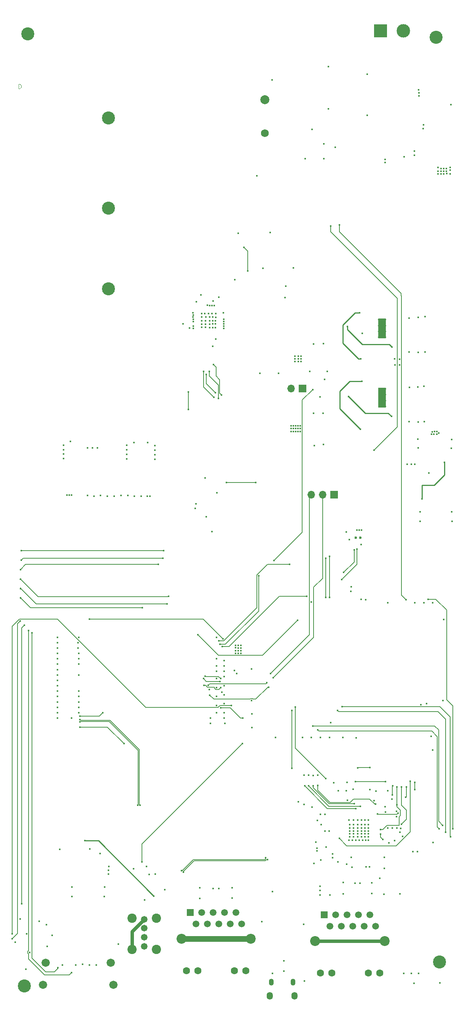
<source format=gbr>
%TF.GenerationSoftware,KiCad,Pcbnew,8.0.6*%
%TF.CreationDate,2025-01-01T18:14:04+00:00*%
%TF.ProjectId,srvant-mk2,73727661-6e74-42d6-9d6b-322e6b696361,rev?*%
%TF.SameCoordinates,Original*%
%TF.FileFunction,Copper,L6,Bot*%
%TF.FilePolarity,Positive*%
%FSLAX46Y46*%
G04 Gerber Fmt 4.6, Leading zero omitted, Abs format (unit mm)*
G04 Created by KiCad (PCBNEW 8.0.6) date 2025-01-01 18:14:04*
%MOMM*%
%LPD*%
G01*
G04 APERTURE LIST*
%ADD10C,0.125000*%
%TA.AperFunction,NonConductor*%
%ADD11C,0.125000*%
%TD*%
%TA.AperFunction,ComponentPad*%
%ADD12R,1.700000X1.700000*%
%TD*%
%TA.AperFunction,ComponentPad*%
%ADD13O,1.700000X1.700000*%
%TD*%
%TA.AperFunction,ComponentPad*%
%ADD14C,2.900000*%
%TD*%
%TA.AperFunction,HeatsinkPad*%
%ADD15C,0.500000*%
%TD*%
%TA.AperFunction,HeatsinkPad*%
%ADD16R,1.800000X4.400000*%
%TD*%
%TA.AperFunction,ComponentPad*%
%ADD17C,1.473200*%
%TD*%
%TA.AperFunction,ComponentPad*%
%ADD18C,2.057400*%
%TD*%
%TA.AperFunction,ComponentPad*%
%ADD19C,0.500000*%
%TD*%
%TA.AperFunction,SMDPad,CuDef*%
%ADD20R,1.800000X4.400000*%
%TD*%
%TA.AperFunction,ComponentPad*%
%ADD21C,1.752600*%
%TD*%
%TA.AperFunction,ComponentPad*%
%ADD22C,2.006600*%
%TD*%
%TA.AperFunction,ComponentPad*%
%ADD23R,1.500000X1.500000*%
%TD*%
%TA.AperFunction,ComponentPad*%
%ADD24C,1.500000*%
%TD*%
%TA.AperFunction,ComponentPad*%
%ADD25C,1.600000*%
%TD*%
%TA.AperFunction,ComponentPad*%
%ADD26C,2.200000*%
%TD*%
%TA.AperFunction,ComponentPad*%
%ADD27C,1.828800*%
%TD*%
%TA.AperFunction,ComponentPad*%
%ADD28O,1.350000X1.700000*%
%TD*%
%TA.AperFunction,ComponentPad*%
%ADD29O,1.100000X1.500000*%
%TD*%
%TA.AperFunction,ComponentPad*%
%ADD30C,0.600000*%
%TD*%
%TA.AperFunction,ComponentPad*%
%ADD31R,3.000000X3.000000*%
%TD*%
%TA.AperFunction,ComponentPad*%
%ADD32C,3.000000*%
%TD*%
%TA.AperFunction,ViaPad*%
%ADD33C,0.450000*%
%TD*%
%TA.AperFunction,Conductor*%
%ADD34C,0.130000*%
%TD*%
%TA.AperFunction,Conductor*%
%ADD35C,0.199400*%
%TD*%
%TA.AperFunction,Conductor*%
%ADD36C,0.760000*%
%TD*%
%TA.AperFunction,Conductor*%
%ADD37C,0.150000*%
%TD*%
%TA.AperFunction,Conductor*%
%ADD38C,0.170400*%
%TD*%
%TA.AperFunction,Conductor*%
%ADD39C,0.250000*%
%TD*%
%TA.AperFunction,Conductor*%
%ADD40C,1.270000*%
%TD*%
G04 APERTURE END LIST*
D10*
D11*
X-116957668Y-16024119D02*
X-116957668Y-15024119D01*
X-116957668Y-15024119D02*
X-116719573Y-15024119D01*
X-116719573Y-15024119D02*
X-116576716Y-15071738D01*
X-116576716Y-15071738D02*
X-116481478Y-15166976D01*
X-116481478Y-15166976D02*
X-116433859Y-15262214D01*
X-116433859Y-15262214D02*
X-116386240Y-15452690D01*
X-116386240Y-15452690D02*
X-116386240Y-15595547D01*
X-116386240Y-15595547D02*
X-116433859Y-15786023D01*
X-116433859Y-15786023D02*
X-116481478Y-15881261D01*
X-116481478Y-15881261D02*
X-116576716Y-15976500D01*
X-116576716Y-15976500D02*
X-116719573Y-16024119D01*
X-116719573Y-16024119D02*
X-116957668Y-16024119D01*
D12*
%TO.P,J3,1,Pin_1*%
%TO.N,GND*%
X-46760000Y-106400000D03*
D13*
%TO.P,J3,2,Pin_2*%
%TO.N,/bmc/BMC_DEBUG_TX*%
X-49300000Y-106400000D03*
%TO.P,J3,3,Pin_3*%
%TO.N,/bmc/BMC_DEBUG_RX*%
X-51840000Y-106400000D03*
%TD*%
D14*
%TO.P,H1,1*%
%TO.N,N/C*%
X-97000000Y-60600000D03*
%TD*%
D15*
%TO.P,U26,9,EP*%
%TO.N,GND*%
X-35420000Y-71362500D03*
X-35420000Y-70062500D03*
X-35420000Y-68762500D03*
X-35420000Y-67462500D03*
D16*
X-36070000Y-69412500D03*
D15*
X-36720000Y-71362500D03*
X-36720000Y-70062500D03*
X-36720000Y-68762500D03*
X-36720000Y-67462500D03*
%TD*%
D17*
%TO.P,J11,1,VBUS*%
%TO.N,/cm4/+5v_HOST_VBUS*%
X-88988349Y-206857350D03*
%TO.P,J11,2,D-*%
%TO.N,/cm4/USB_OUT_N*%
X-88988349Y-204857351D03*
%TO.P,J11,3,D+*%
%TO.N,/cm4/USB_OUT_P*%
X-88988349Y-202857350D03*
%TO.P,J11,4,GND*%
%TO.N,Net-(J11-GND)*%
X-88988349Y-200857352D03*
D18*
%TO.P,J11,5,Shield*%
X-91708349Y-207587351D03*
%TO.P,J11,6*%
%TO.N,N/C*%
X-86268349Y-207587351D03*
%TO.P,J11,7*%
X-91708349Y-200587350D03*
%TO.P,J11,8*%
X-86268349Y-200587350D03*
%TD*%
D19*
%TO.P,U2,9,EP*%
%TO.N,GND*%
X-35400000Y-86762500D03*
X-35400000Y-85462500D03*
X-35400000Y-84162500D03*
X-35400000Y-82862500D03*
D20*
X-36050000Y-84812500D03*
D19*
X-36700000Y-86762500D03*
X-36700000Y-85462500D03*
X-36700000Y-84162500D03*
X-36700000Y-82862500D03*
%TD*%
D21*
%TO.P,BT1,3*%
%TO.N,N/C*%
X-62200000Y-26000000D03*
D22*
%TO.P,BT1,4*%
X-62200000Y-18550091D03*
%TD*%
D14*
%TO.P,H6,1*%
%TO.N,N/C*%
X-23300000Y-210400000D03*
%TD*%
%TO.P,H5,1*%
%TO.N,N/C*%
X-115700000Y-215700000D03*
%TD*%
%TO.P,H7,1*%
%TO.N,N/C*%
X-24100000Y-4600000D03*
%TD*%
D23*
%TO.P,J5,1,TD1+*%
%TO.N,/BMC ethernet/TXRXA_P*%
X-48915000Y-199840000D03*
D24*
%TO.P,J5,2,TD1-*%
%TO.N,/BMC ethernet/TXRXA_N*%
X-47645000Y-202380000D03*
%TO.P,J5,3,TD2+*%
%TO.N,/BMC ethernet/TXRXB_P*%
X-46375000Y-199840000D03*
%TO.P,J5,4,TD2-*%
%TO.N,/BMC ethernet/TXRXB_N*%
X-45105000Y-202380000D03*
%TO.P,J5,5,CT*%
%TO.N,Net-(C40-Pad1)*%
X-43835000Y-199840000D03*
%TO.P,J5,6,CT*%
%TO.N,Net-(C44-Pad1)*%
X-42565000Y-202380000D03*
%TO.P,J5,7,TD3+*%
%TO.N,/BMC ethernet/TXRXC_P*%
X-41295000Y-199840000D03*
%TO.P,J5,8,TD3-*%
%TO.N,/BMC ethernet/TXRXC_N*%
X-40025000Y-202380000D03*
%TO.P,J5,9,TD4+*%
%TO.N,/BMC ethernet/TXRXD_P*%
X-38755000Y-199840000D03*
%TO.P,J5,10,TD4-*%
%TO.N,/BMC ethernet/TXRXD_N*%
X-37485000Y-202380000D03*
D25*
%TO.P,J5,11,LED2+*%
%TO.N,/BMC ethernet/3.3v_PHY*%
X-49830000Y-212810000D03*
%TO.P,J5,12,LED2-*%
%TO.N,Net-(J5-LED2-)*%
X-47290000Y-212810000D03*
%TO.P,J5,13,LED1+*%
%TO.N,/BMC ethernet/3.3v_PHY*%
X-39110000Y-212810000D03*
%TO.P,J5,14,LED1-*%
%TO.N,Net-(J5-LED1-)*%
X-36570000Y-212810000D03*
D26*
%TO.P,J5,SH*%
%TO.N,Net-(FB5-Pad2)*%
X-50945000Y-205680000D03*
X-35455000Y-205680000D03*
%TD*%
D27*
%TO.P,J10,20*%
%TO.N,N/C*%
X-110949998Y-210569999D03*
%TO.P,J10,21*%
X-96450002Y-210569999D03*
%TO.P,J10,22*%
X-111550000Y-215470000D03*
%TO.P,J10,23*%
X-95850000Y-215470000D03*
%TD*%
D14*
%TO.P,H2,1*%
%TO.N,N/C*%
X-97000000Y-42600000D03*
%TD*%
D23*
%TO.P,J9,1,TD1+*%
%TO.N,/cm4/TRD0_P*%
X-78715000Y-199330000D03*
D24*
%TO.P,J9,2,TD1-*%
%TO.N,/cm4/TRD0_N*%
X-77445000Y-201870000D03*
%TO.P,J9,3,TD2+*%
%TO.N,/cm4/TRD1_N*%
X-76175000Y-199330000D03*
%TO.P,J9,4,TD2-*%
%TO.N,/cm4/TRD1_P*%
X-74905000Y-201870000D03*
%TO.P,J9,5,CT*%
%TO.N,Net-(C104-Pad1)*%
X-73635000Y-199330000D03*
%TO.P,J9,6,CT*%
X-72365000Y-201870000D03*
%TO.P,J9,7,TD3+*%
%TO.N,/cm4/TRD2_P*%
X-71095000Y-199330000D03*
%TO.P,J9,8,TD3-*%
%TO.N,/cm4/TRD2_N*%
X-69825000Y-201870000D03*
%TO.P,J9,9,TD4+*%
%TO.N,/cm4/TRD3_N*%
X-68555000Y-199330000D03*
%TO.P,J9,10,TD4-*%
%TO.N,/cm4/TRD3_P*%
X-67285000Y-201870000D03*
D25*
%TO.P,J9,11,LED2+*%
%TO.N,/BMC ethernet/+3v3_AUX*%
X-79630000Y-212300000D03*
%TO.P,J9,12,LED2-*%
%TO.N,Net-(J9-LED2-)*%
X-77090000Y-212300000D03*
%TO.P,J9,13,LED1+*%
%TO.N,/BMC ethernet/+3v3_AUX*%
X-68910000Y-212300000D03*
%TO.P,J9,14,LED1-*%
%TO.N,Net-(J9-LED1-)*%
X-66370000Y-212300000D03*
D26*
%TO.P,J9,SH*%
%TO.N,Net-(FB8-Pad1)*%
X-80745000Y-205170000D03*
X-65255000Y-205170000D03*
%TD*%
D14*
%TO.P,H4,1*%
%TO.N,N/C*%
X-114900000Y-3900000D03*
%TD*%
%TO.P,H3,1*%
%TO.N,N/C*%
X-97000000Y-22600000D03*
%TD*%
D28*
%TO.P,J4,6,Shield*%
%TO.N,Net-(J4-GND)*%
X-61030000Y-217886600D03*
D29*
X-60720000Y-214886600D03*
X-55880000Y-214886600D03*
D28*
X-55570000Y-217886600D03*
%TD*%
D12*
%TO.P,J2,1,Pin_1*%
%TO.N,Net-(J2-Pin_1)*%
X-53770500Y-82734200D03*
D13*
%TO.P,J2,2,Pin_2*%
%TO.N,/BMC ethernet/+3v3_AUX*%
X-56310500Y-82734200D03*
%TD*%
D30*
%TO.P,U22,9,EP*%
%TO.N,GND*%
X-41950000Y-115950000D03*
X-40950000Y-115950000D03*
%TD*%
D31*
%TO.P,J12,1,Pin_1*%
%TO.N,GND*%
X-36380000Y-3200000D03*
D32*
%TO.P,J12,2,Pin_2*%
%TO.N,/power/VIN*%
X-31300000Y-3200000D03*
%TD*%
D33*
%TO.N,GND*%
X-45800000Y-172300000D03*
%TO.N,/BMC ethernet/3.3v_PHY*%
X-53400000Y-168800000D03*
X-52400000Y-168800000D03*
X-50400000Y-168800000D03*
%TO.N,GND*%
X-51400000Y-168900000D03*
%TO.N,/BMC ethernet/CLK125_EN*%
X-51400000Y-171200000D03*
%TO.N,/BMC ethernet/MODE2*%
X-50400000Y-171100000D03*
%TO.N,/BMC ethernet/CLK125_EN*%
X-42250000Y-175150000D03*
%TO.N,/BMC ethernet/MODE0*%
X-53300000Y-171200000D03*
X-41902001Y-176200000D03*
%TO.N,/BMC ethernet/MODE1*%
X-52400000Y-171200000D03*
X-40900000Y-175700000D03*
%TO.N,/BMC ethernet/MODE2*%
X-37550000Y-175250000D03*
%TO.N,/BMC ethernet/+3v3_AUX*%
X-60452000Y-194691000D03*
%TO.N,GND*%
X-31900000Y-180620000D03*
X-76254200Y-69174600D03*
X-34800000Y-172300000D03*
X-71326600Y-68895200D03*
X-39116000Y-181864000D03*
X-65000000Y-158200000D03*
X-20700000Y-96100000D03*
X-116586000Y-200787000D03*
X-101200000Y-211000000D03*
X-53340000Y-214630000D03*
X-109473998Y-204428800D03*
X-75314400Y-66863200D03*
X-40640000Y-181229000D03*
X-26500000Y-66800000D03*
X-30000000Y-82500000D03*
X-108300000Y-145300000D03*
X-71180000Y-148900000D03*
X-76400000Y-61900000D03*
X-72900000Y-138100000D03*
X-47117000Y-187198000D03*
X-39116000Y-181229000D03*
X-41529000Y-180594000D03*
X-24800000Y-130400000D03*
X-105200000Y-156100000D03*
X-39878000Y-181864000D03*
X-30500000Y-99600000D03*
X-108300000Y-139300000D03*
X-46482000Y-29083000D03*
X-107200000Y-211000000D03*
X-51300000Y-88300000D03*
X-103600000Y-154900000D03*
X-22400000Y-134200000D03*
X-71180000Y-156100000D03*
X-26800000Y-130400000D03*
X-33320000Y-76162500D03*
X-31200000Y-31200000D03*
X-28000000Y-74700000D03*
X-71180000Y-145700000D03*
X-108300000Y-150100000D03*
X-28194000Y-185801000D03*
X-69407600Y-193883000D03*
X-41529000Y-182499000D03*
X-48260000Y-78994000D03*
X-105065900Y-195825600D03*
X-72430200Y-194060800D03*
X-72900000Y-153300000D03*
X-49911000Y-195453000D03*
X-53530000Y-201979200D03*
X-35400000Y-32500000D03*
X-20500000Y-112312500D03*
X-41910000Y-183261000D03*
X-92600000Y-106600000D03*
X-43307000Y-180594000D03*
X-71200000Y-143300000D03*
X-43307000Y-179832000D03*
X-75543000Y-66075800D03*
X-78108400Y-66406000D03*
X-48006000Y-20574000D03*
X-86600000Y-95500000D03*
X-71326600Y-67904600D03*
X-108300000Y-151300000D03*
X-40386000Y-183261000D03*
X-78108400Y-67396600D03*
X-92900000Y-95400000D03*
X-75339800Y-68488800D03*
X-73130000Y-69200000D03*
X-49911000Y-194437000D03*
X-33782000Y-180520000D03*
X-103600000Y-142900000D03*
X-24800000Y-163200000D03*
X-34527015Y-183879015D03*
X-35600000Y-189500000D03*
X-43307000Y-182499000D03*
X-75420000Y-102700000D03*
X-108300000Y-142900000D03*
X-53400000Y-175300000D03*
X-28956000Y-215138000D03*
X-73765000Y-69250800D03*
X-26800000Y-82300000D03*
X-65000000Y-155200000D03*
X-37846000Y-174498000D03*
X-78108400Y-69403200D03*
X-71180000Y-144500000D03*
X-47879000Y-181229000D03*
X-31242000Y-212901000D03*
X-40700000Y-117442100D03*
X-39878000Y-179832000D03*
X-49149000Y-95250000D03*
X-44800000Y-160400000D03*
X-100200000Y-106700000D03*
X-35400000Y-31800000D03*
X-65100000Y-145200000D03*
X-73917400Y-64297800D03*
X-102700000Y-210900000D03*
X-76228800Y-66050400D03*
X-73104600Y-66126600D03*
X-74300000Y-157300000D03*
X-71200000Y-150900000D03*
X-65100000Y-152200000D03*
X-25700000Y-101600000D03*
X-41529000Y-181864000D03*
X-49022000Y-28321000D03*
X-71352000Y-65898000D03*
X-96985500Y-189992000D03*
X-72900000Y-147300000D03*
X-105700000Y-106500000D03*
X-52197000Y-78994000D03*
X-106930000Y-98370000D03*
X-71180000Y-154900000D03*
X-72900000Y-142900000D03*
X-103600000Y-153700000D03*
X-44710000Y-192705400D03*
X-50546000Y-185039000D03*
X-74908000Y-64247000D03*
X-33274000Y-183388000D03*
X-20600000Y-110212500D03*
X-91200000Y-106700000D03*
X-32766000Y-180520000D03*
X-48514000Y-184785000D03*
X-91400000Y-189600000D03*
X-26911750Y-24904250D03*
X-43815000Y-174371000D03*
X-108300000Y-154900000D03*
X-34800000Y-130400000D03*
X-49800000Y-160400000D03*
X-73104600Y-66914000D03*
X-72375233Y-62424767D03*
X-92900000Y-97400000D03*
X-49200000Y-88300000D03*
X-108300000Y-147700000D03*
X-89700000Y-106700000D03*
X-104200000Y-211000000D03*
X-20800000Y-19600000D03*
X-57898200Y-210091400D03*
X-44000000Y-172300000D03*
X-41800000Y-160500000D03*
X-47800000Y-160400000D03*
X-71301200Y-69403200D03*
X-27940000Y-16300000D03*
X-106970000Y-95370000D03*
X-103600000Y-146500000D03*
X-49900000Y-84600000D03*
X-72900000Y-149300000D03*
X-28800000Y-130400000D03*
X-86600000Y-98500000D03*
X-106970000Y-97370000D03*
X-76638600Y-193824200D03*
X-74400000Y-66863200D03*
X-94200000Y-106600000D03*
X-78108400Y-67904600D03*
X-76254200Y-68438000D03*
X-29600000Y-99600000D03*
X-68105000Y-48240000D03*
X-71180000Y-152900000D03*
X-29600000Y-212900000D03*
X-28100000Y-82400000D03*
X-106200000Y-106500000D03*
X-92900000Y-96400000D03*
X-62600000Y-56000000D03*
X-23241000Y-215011000D03*
X-40640000Y-178816000D03*
X-88500000Y-189100000D03*
X-75220000Y-111300000D03*
X-96985500Y-190792000D03*
X-103700000Y-140500000D03*
X-38900000Y-189200000D03*
X-105200000Y-106500000D03*
X-94742000Y-206375000D03*
X-39116000Y-178816000D03*
X-39116000Y-179832000D03*
X-30100000Y-90100000D03*
X-27600000Y-110212500D03*
X-29200000Y-185801000D03*
X-88300000Y-106700000D03*
X-99700000Y-211000000D03*
X-73765000Y-67676000D03*
X-43434000Y-178816000D03*
X-103600000Y-150100000D03*
X-71301200Y-67396600D03*
X-41529000Y-179832000D03*
X-73649400Y-194035400D03*
X-97790000Y-193675000D03*
X-40960000Y-192852400D03*
X-41180800Y-114307700D03*
X-108300000Y-144100000D03*
X-40640000Y-182499000D03*
X-95700000Y-106700000D03*
X-39116000Y-182499000D03*
X-27600000Y-112312500D03*
X-76228800Y-67676000D03*
X-35600000Y-187100000D03*
X-101600000Y-106600000D03*
X-74425400Y-68438000D03*
X-32900000Y-176800000D03*
X-50546000Y-185674000D03*
X-105116700Y-193666600D03*
X-43307000Y-181229000D03*
X-26500000Y-74600000D03*
X-26893250Y-24099250D03*
X-39878000Y-181229000D03*
X-78108400Y-68895200D03*
X-37465000Y-172339000D03*
X-97917000Y-195834000D03*
X-40640000Y-180594000D03*
X-55800000Y-55900000D03*
X-108300000Y-138100000D03*
X-77520000Y-108400000D03*
X-75339800Y-69174600D03*
X-26700000Y-90100000D03*
X-40640000Y-179832000D03*
X-73942800Y-66126600D03*
X-86548964Y-190815964D03*
X-27900000Y-17000000D03*
X-41148000Y-183261000D03*
X-108300000Y-141700000D03*
X-51800000Y-160400000D03*
X-35306000Y-177038000D03*
X-59800000Y-160400000D03*
X-38370000Y-195153800D03*
X-74300000Y-156100000D03*
X-28000000Y-96000000D03*
X-41700000Y-114268100D03*
X-32220000Y-76262500D03*
X-108300000Y-153700000D03*
X-28900000Y-30900000D03*
X-74400000Y-69200000D03*
X-39878000Y-180594000D03*
X-108300000Y-152500000D03*
X-27900000Y-17700000D03*
X-72900000Y-154900000D03*
X-72900000Y-145700000D03*
X-27940000Y-212900000D03*
X-71080000Y-157300000D03*
X-107785500Y-185292000D03*
X-28000000Y-90200000D03*
X-73800000Y-73400000D03*
X-28800000Y-99600000D03*
X-42418000Y-180594000D03*
X-73765000Y-68412600D03*
X-39751000Y-183261000D03*
X-73384000Y-64297800D03*
X-43307000Y-181864000D03*
X-30100000Y-74600000D03*
X-38370000Y-192791600D03*
X-73765000Y-66837800D03*
X-76254200Y-66837800D03*
X-97200000Y-106700000D03*
X-32220000Y-77562500D03*
X-51800000Y-130300000D03*
X-28000000Y-66900000D03*
X-25146000Y-160147000D03*
X-28100000Y-94000000D03*
X-42672000Y-183261000D03*
X-108300000Y-148900000D03*
X-108300000Y-140500000D03*
X-39116000Y-180594000D03*
X-76621200Y-196245200D03*
X-103600000Y-138100000D03*
X-42418000Y-178816000D03*
X-34800000Y-180520000D03*
X-49149000Y-72771000D03*
X-78133800Y-66888600D03*
X-72900000Y-151300000D03*
X-43434000Y-183261000D03*
X-72900000Y-144500000D03*
X-53800000Y-160400000D03*
X-48768000Y-177546000D03*
X-42926000Y-187071000D03*
X-47117000Y-186309000D03*
X-42418000Y-179832000D03*
X-110588998Y-206892800D03*
X-49911000Y-193548000D03*
X-74730200Y-66075800D03*
X-110743998Y-202092000D03*
X-74400000Y-64272400D03*
X-74425400Y-67676000D03*
X-48006000Y-11176000D03*
X-103600000Y-152500000D03*
X-40672800Y-114307700D03*
X-78146500Y-65906700D03*
X-87700000Y-106700000D03*
X-71326600Y-68387200D03*
X-22500000Y-152200000D03*
X-103700000Y-139300000D03*
X-39116000Y-183261000D03*
X-73155400Y-67676000D03*
X-35380000Y-175780000D03*
X-42418000Y-181229000D03*
X-43942000Y-188595000D03*
X-103600000Y-144100000D03*
X-103600000Y-141700000D03*
X-108300000Y-156100000D03*
X-108300000Y-146500000D03*
X-103600000Y-151300000D03*
X-80400000Y-68400000D03*
X-42077600Y-192827000D03*
X-49784000Y-177546000D03*
X-98700000Y-106600000D03*
X-41529000Y-181229000D03*
X-86600000Y-96500000D03*
X-73130000Y-68387200D03*
X-43393800Y-116368300D03*
X-92900000Y-98400000D03*
X-88900000Y-196596000D03*
X-69407600Y-196169000D03*
X-20600000Y-94100000D03*
X-101134700Y-185202800D03*
X-62865000Y-201422000D03*
X-57898200Y-212428200D03*
X-41529000Y-178816000D03*
X-61005000Y-48061400D03*
X-106970000Y-96370000D03*
X-39878000Y-178816000D03*
X-42418000Y-181864000D03*
X-71180000Y-146900000D03*
X-40513000Y-70485000D03*
X-44710000Y-195194600D03*
X-48768000Y-181229000D03*
X-33220000Y-77562500D03*
X-51200000Y-188400000D03*
X-40640000Y-181864000D03*
X-30100000Y-67100000D03*
X-39878000Y-182499000D03*
X-42418000Y-182499000D03*
X-51308000Y-72898000D03*
X-60579000Y-14097000D03*
X-51181000Y-95504000D03*
X-96885500Y-189092000D03*
X-75339800Y-67701400D03*
X-86600000Y-97500000D03*
%TO.N,/power/SENSE_IN-*%
X-23600000Y-33600000D03*
X-23500000Y-92700000D03*
X-24900000Y-92400000D03*
X-21800000Y-33800000D03*
X-25100000Y-92900000D03*
X-20900000Y-33600000D03*
X-22400000Y-33800000D03*
X-23000000Y-33800000D03*
X-21700000Y-34950000D03*
X-20900000Y-34200000D03*
X-24600000Y-92900000D03*
X-23600000Y-34400000D03*
X-22400000Y-35000000D03*
X-23000000Y-35000000D03*
X-20900000Y-35000000D03*
X-21800000Y-34400000D03*
X-23900000Y-92300000D03*
X-23900000Y-92900000D03*
X-23600000Y-35000000D03*
X-22400000Y-34400000D03*
X-23000000Y-34400000D03*
X-24400000Y-92300000D03*
%TO.N,Net-(Module1A-PI_nLED_Activity)*%
X-118364000Y-204089000D03*
X-69596000Y-153289000D03*
%TO.N,/power/BMC_I2C_0_SDA*%
X-47752000Y-129286000D03*
X-47752000Y-120142000D03*
%TO.N,/cm4/PCIE_nRST*%
X-98200000Y-154900000D03*
X-103300000Y-155700000D03*
%TO.N,/cm4/HDMI0_CEC*%
X-105200000Y-212700000D03*
X-114700000Y-136600000D03*
%TO.N,/cm4/HDMI0_HOTPLUG*%
X-108200000Y-211600000D03*
X-114000000Y-137100000D03*
%TO.N,/BMC ethernet/3.3v_PHY*%
X-45900000Y-188100000D03*
X-43900000Y-170400000D03*
X-31480000Y-182420000D03*
X-36600000Y-191700000D03*
X-35687000Y-195326000D03*
X-46800000Y-170500000D03*
X-54700000Y-174700000D03*
X-42500000Y-171900000D03*
X-49700000Y-187700000D03*
X-51689000Y-175895000D03*
X-49600000Y-179820000D03*
X-32131000Y-195199000D03*
%TO.N,/BMC ethernet/1V2*%
X-50800000Y-183700000D03*
X-38800000Y-172000000D03*
X-32900000Y-178000000D03*
X-50500000Y-178900000D03*
X-39600000Y-189200000D03*
X-33900000Y-174100000D03*
X-42800000Y-189300000D03*
X-47700000Y-195500000D03*
X-32100000Y-181500000D03*
%TO.N,/BMC ethernet/PHY_LED_ACT {slash} PHYAD0*%
X-36400000Y-181900000D03*
X-35900000Y-183100000D03*
%TO.N,CLK125_OUT*%
X-38800000Y-167100000D03*
X-41500000Y-167200000D03*
%TO.N,RXC*%
X-35300000Y-170200000D03*
X-42000000Y-170200000D03*
%TO.N,/cm4/ARM_TDI*%
X-116554000Y-129372000D03*
X-89408000Y-131572000D03*
%TO.N,/cm4/HOST_TPM_PIRQ#*%
X-75800000Y-79000000D03*
X-73500000Y-84700000D03*
%TO.N,/cm4/GPIO11*%
X-61300000Y-149200000D03*
X-74422000Y-151003000D03*
%TO.N,/cm4/GPIO10*%
X-61700000Y-148200000D03*
X-74800000Y-148800000D03*
%TO.N,/cm4/ARM_TCK*%
X-85852000Y-121920000D03*
X-116554000Y-123072000D03*
X-75692000Y-148800000D03*
X-72009000Y-149352000D03*
%TO.N,/cm4/ARM_TDO*%
X-72136000Y-147955000D03*
X-75819000Y-147320000D03*
X-116354000Y-120972000D03*
X-84836000Y-120523000D03*
%TO.N,/cm4/ARM_RTCK*%
X-75438000Y-146812000D03*
X-116354000Y-118872000D03*
X-72009000Y-147320000D03*
X-84709000Y-118872000D03*
%TO.N,/bmc/BMC_UART0_RX*%
X-26162000Y-152908000D03*
X-68961000Y-145542000D03*
%TO.N,/bmc/BMC_UART0_TX*%
X-27432000Y-153123000D03*
X-68453000Y-146177000D03*
%TO.N,/cm4/nRTC_INT*%
X-66800000Y-51400000D03*
X-66000000Y-56600000D03*
%TO.N,/cm4/nPWR_LED*%
X-115700000Y-135400000D03*
X-101200000Y-134100000D03*
X-71500000Y-138500000D03*
X-116300000Y-197400000D03*
%TO.N,/cm4/nEXTRST*%
X-79200000Y-83500000D03*
X-79200000Y-87400000D03*
%TO.N,/cm4/USBOTG_ID*%
X-103300000Y-158100000D03*
X-89500000Y-188100000D03*
X-93500000Y-161800000D03*
X-67183000Y-161798000D03*
%TO.N,/cm4/USB2_N*%
X-90475800Y-175500000D03*
X-103300000Y-156975800D03*
%TO.N,/cm4/USB2_P*%
X-103300000Y-156424200D03*
X-89924200Y-175500000D03*
%TO.N,/BMC ethernet/+3v3_AUX*%
X-49022000Y-31623000D03*
X-73100000Y-71800000D03*
X-55500000Y-75600000D03*
X-99400000Y-96000000D03*
X-77400000Y-63500000D03*
X-63300000Y-79400000D03*
X-87884000Y-190881000D03*
X-51623000Y-25085000D03*
X-87884000Y-190881000D03*
X-59100000Y-79400000D03*
X-54750000Y-76200000D03*
X-77620000Y-109400000D03*
X-54100000Y-76200000D03*
X-28900000Y-29900000D03*
X-68890000Y-58547000D03*
X-115316000Y-211963000D03*
X-57700000Y-62500000D03*
X-39370000Y-12827000D03*
X-78900000Y-69300000D03*
X-91300000Y-94800000D03*
X-54700000Y-76800000D03*
X-117700000Y-206000000D03*
X-54100000Y-75600000D03*
X-84466000Y-194299000D03*
X-55500000Y-76800000D03*
X-115200000Y-204100000D03*
X-101600000Y-96000000D03*
X-105400000Y-94500000D03*
X-44000000Y-114700000D03*
X-53213000Y-31623000D03*
X-73700000Y-63300000D03*
X-100500000Y-96000000D03*
X-39370000Y-21971000D03*
X-24765000Y-183769000D03*
X-48900000Y-80700000D03*
X-43000000Y-127900000D03*
X-42900000Y-126900000D03*
X-54100000Y-76800000D03*
X-73920000Y-114600000D03*
X-54750000Y-75600000D03*
X-55500000Y-76200000D03*
X-63900000Y-35400000D03*
X-88200000Y-94800000D03*
X-41100000Y-65962500D03*
X-57500000Y-60000000D03*
X-72820000Y-106000000D03*
X-40800000Y-76137500D03*
%TO.N,/bmc/3.3v_BMC*%
X-25800000Y-129667000D03*
X-20320000Y-180721000D03*
%TO.N,Net-(D8-K)*%
X-114455200Y-208205050D03*
%TO.N,Net-(D10-K)*%
X-118400000Y-205200000D03*
X-116600000Y-134500000D03*
%TO.N,/power/BMC_I2C_0_SCK*%
X-48641000Y-129286000D03*
X-48641000Y-120523000D03*
%TO.N,/bmc/BMC_DEBUG_TX*%
X-60300000Y-147100000D03*
%TO.N,/bmc/BMC_DEBUG_RX*%
X-60900000Y-146200000D03*
%TO.N,/bmc/BMC_I2C_3_SDA*%
X-44600000Y-123700000D03*
X-42300000Y-118700000D03*
%TO.N,/bmc/BMC_I2C_3_SCK*%
X-41700000Y-118500000D03*
X-45100000Y-125300000D03*
%TO.N,/bmc/+5V_BMC_OTG*%
X-60463600Y-212874200D03*
%TO.N,Net-(U12-TXD0)*%
X-32800000Y-171400000D03*
X-36400000Y-180900000D03*
X-32780000Y-175400000D03*
%TO.N,Net-(U12-TXD1)*%
X-31800000Y-179700000D03*
X-31800000Y-171400000D03*
%TO.N,Net-(U12-TXC)*%
X-33800000Y-173200000D03*
X-33700000Y-171200000D03*
%TO.N,Net-(U12-TX_CTL)*%
X-37100000Y-177400000D03*
X-30700000Y-171400000D03*
X-32500000Y-177300000D03*
X-30800000Y-173700000D03*
%TO.N,/power/BMC_HOST_POWER_EN*%
X-60100000Y-121000000D03*
X-51500000Y-83000000D03*
%TO.N,/bmc/BMC_USER_LED*%
X-51500000Y-157900000D03*
X-22606000Y-179959000D03*
%TO.N,/bmc/EMMC_KEY*%
X-30734000Y-129794000D03*
X-45598000Y-46355000D03*
%TO.N,/bmc/RST_KEY*%
X-37846000Y-96520000D03*
X-47498000Y-46609000D03*
%TO.N,RXD3*%
X-28800000Y-170400000D03*
X-28800000Y-172000000D03*
%TO.N,/bmc/BMC_ID_LED*%
X-50419000Y-158750000D03*
X-23368000Y-180721000D03*
%TO.N,PHY_INT_N*%
X-48641000Y-169545000D03*
X-55372000Y-153670000D03*
%TO.N,/bmc/BMC_USB_HOST_P*%
X-80695021Y-190004979D03*
X-61976779Y-187189072D03*
%TO.N,/bmc/BMC_USB_HOST_N*%
X-61586737Y-187579114D03*
X-80304979Y-190395021D03*
%TO.N,/bmc/+5v_BMC*%
X-22200000Y-99212500D03*
X-27200000Y-107337500D03*
%TO.N,/cm4/+5v_HOST*%
X-40900000Y-91837500D03*
X-98785500Y-186192000D03*
X-55800000Y-92300000D03*
X-40600000Y-81162500D03*
X-68700000Y-139900000D03*
X-54300000Y-91100000D03*
X-55800000Y-91700000D03*
X-56305003Y-91700000D03*
X-54800000Y-91700000D03*
X-55300000Y-91100000D03*
X-54294997Y-92300000D03*
X-68700000Y-140455000D03*
X-55300000Y-92300000D03*
X-55800000Y-91100000D03*
X-54300000Y-91700000D03*
X-68700000Y-141700000D03*
X-67500000Y-139900000D03*
X-67500000Y-141700000D03*
X-68100000Y-141100000D03*
X-55300000Y-91700000D03*
X-68100000Y-141700000D03*
X-67500000Y-140500000D03*
X-68700000Y-141100000D03*
X-67500000Y-141100000D03*
X-68100000Y-140500000D03*
X-112408436Y-201281564D03*
X-54800000Y-92300000D03*
X-68100000Y-139900000D03*
X-56305003Y-92300000D03*
X-54800000Y-91100000D03*
X-56300000Y-91100000D03*
%TO.N,/bmc/BMC_HOST_POST_COMPLETE*%
X-77089000Y-137541000D03*
X-54864000Y-134366000D03*
%TO.N,/bmc/BMC_HOST_POWER_OUT*%
X-70700000Y-103700000D03*
X-64200000Y-103700000D03*
%TO.N,/bmc/BMC_HOST_nRPIBOOT*%
X-72390000Y-138938000D03*
X-56642000Y-121920000D03*
%TO.N,/bmc/BMC_HOST_EEPROM_nWP*%
X-67056000Y-156083000D03*
X-72009000Y-153797000D03*
%TO.N,/bmc/BMC_HOST_WL_nDis*%
X-63500000Y-124460000D03*
X-72136000Y-139700000D03*
%TO.N,/bmc/BMC_HOST_BT_nDis*%
X-71628000Y-140208000D03*
X-52832000Y-129032000D03*
%TO.N,/bmc/BMC_UART1_RX*%
X-39751000Y-129794000D03*
X-71755000Y-150368000D03*
%TO.N,/bmc/BMC_UART1_TX*%
X-74549000Y-149733000D03*
X-40767000Y-129667000D03*
%TO.N,Net-(U14-EN)*%
X-102235000Y-183388000D03*
X-86868000Y-195707000D03*
%TO.N,EPHY_25M*%
X-29845000Y-170180000D03*
X-45593000Y-182880000D03*
%TO.N,/bmc/BMC_HOST_POWER_BUTTON*%
X-20828000Y-182499000D03*
X-44958000Y-153543000D03*
%TO.N,/bmc/BMC_HOST_RESET_BUTTON*%
X-45974000Y-154432000D03*
X-21971000Y-181483000D03*
%TO.N,/cm4/HOST_SPI1_SCLK*%
X-73200000Y-83700000D03*
X-75200000Y-79600000D03*
%TO.N,/cm4/HOST_SPI1_MOSI*%
X-71800000Y-84200000D03*
X-73600000Y-77400000D03*
%TO.N,/cm4/HOST_SPI1_CE0_N*%
X-72500000Y-85000000D03*
X-74500000Y-79000000D03*
%TO.N,/cm4/ARM_TMS*%
X-83566000Y-129032000D03*
X-116554000Y-125172000D03*
%TO.N,/cm4/ARM_TRST*%
X-83947000Y-130683000D03*
X-116554000Y-127272000D03*
%TO.N,Net-(C69-Pad2)*%
X-34000000Y-88962500D03*
X-43500000Y-84562500D03*
%TO.N,MAC_RESET_OUT_N*%
X-56134000Y-154432000D03*
X-56134000Y-167259000D03*
%TO.N,Net-(C111-Pad2)*%
X-33900000Y-73562500D03*
X-43750000Y-68962500D03*
%TO.N,unconnected-(U5A-PD6{slash}LCD_D10{slash}LVDS0_CKP{slash}DSI_D2P{slash}UART5_RX{slash}PD_EINT6-Pad63)*%
X-47500000Y-157100000D03*
%TD*%
D34*
%TO.N,/BMC ethernet/CLK125_EN*%
X-51400000Y-171620000D02*
X-51400000Y-171200000D01*
%TO.N,/BMC ethernet/MODE2*%
X-50400000Y-171000000D02*
X-50400000Y-171100000D01*
X-37550000Y-175250000D02*
X-37687970Y-175250000D01*
X-37687970Y-175250000D02*
X-38837970Y-174100000D01*
X-38837970Y-174100000D02*
X-42400000Y-174100000D01*
X-42400000Y-174100000D02*
X-43218000Y-174918000D01*
X-47682000Y-174918000D02*
X-50400000Y-172200000D01*
X-43218000Y-174918000D02*
X-47682000Y-174918000D01*
X-50400000Y-172200000D02*
X-50400000Y-171000000D01*
%TO.N,/BMC ethernet/CLK125_EN*%
X-47574305Y-175178001D02*
X-47841999Y-175178001D01*
X-42278000Y-175178000D02*
X-47574305Y-175178001D01*
X-47841999Y-175178001D02*
X-51400000Y-171620000D01*
X-42250000Y-175150000D02*
X-42278000Y-175178000D01*
%TO.N,/BMC ethernet/MODE1*%
X-40900000Y-175700000D02*
X-47900000Y-175700000D01*
X-47900000Y-175700000D02*
X-52400000Y-171200000D01*
%TO.N,/BMC ethernet/MODE0*%
X-41902001Y-176200000D02*
X-48300000Y-176200000D01*
X-48300000Y-176200000D02*
X-53300000Y-171200000D01*
%TO.N,Net-(Module1A-PI_nLED_Activity)*%
X-118364000Y-135670030D02*
X-116773970Y-134080000D01*
X-69627000Y-153320000D02*
X-69596000Y-153289000D01*
X-118364000Y-204089000D02*
X-118364000Y-135670030D01*
X-72167000Y-153320000D02*
X-69627000Y-153320000D01*
X-108326030Y-134080000D02*
X-88686030Y-153720000D01*
X-116773970Y-134080000D02*
X-108326030Y-134080000D01*
X-72567000Y-153720000D02*
X-72167000Y-153320000D01*
X-88686030Y-153720000D02*
X-72567000Y-153720000D01*
D35*
%TO.N,/power/BMC_I2C_0_SDA*%
X-47752000Y-129286000D02*
X-47752000Y-120142000D01*
D34*
%TO.N,/cm4/PCIE_nRST*%
X-99000000Y-155700000D02*
X-98200000Y-154900000D01*
X-103300000Y-155700000D02*
X-99000000Y-155700000D01*
%TO.N,/cm4/HDMI0_CEC*%
X-114875200Y-208031080D02*
X-114875200Y-208379020D01*
X-114700000Y-208554220D02*
X-114700000Y-209700000D01*
X-114700000Y-207855880D02*
X-114875200Y-208031080D01*
X-105700000Y-213200000D02*
X-105200000Y-212700000D01*
X-114875200Y-208379020D02*
X-114700000Y-208554220D01*
X-111200000Y-213200000D02*
X-105700000Y-213200000D01*
X-114700000Y-136600000D02*
X-114700000Y-207855880D01*
X-114700000Y-209700000D02*
X-111200000Y-213200000D01*
%TO.N,/cm4/HDMI0_HOTPLUG*%
X-108200000Y-211800000D02*
X-108200000Y-211600000D01*
X-109000000Y-212600000D02*
X-108200000Y-211800000D01*
X-110900000Y-212600000D02*
X-109000000Y-212600000D01*
X-114000000Y-209500000D02*
X-110900000Y-212600000D01*
X-114000000Y-137100000D02*
X-114000000Y-209500000D01*
%TO.N,/BMC ethernet/PHY_LED_ACT {slash} PHYAD0*%
X-36400000Y-181900000D02*
X-36400000Y-182600000D01*
X-36400000Y-182600000D02*
X-35900000Y-183100000D01*
%TO.N,CLK125_OUT*%
X-41400000Y-167100000D02*
X-41500000Y-167200000D01*
X-38800000Y-167100000D02*
X-41400000Y-167100000D01*
%TO.N,RXC*%
X-35300000Y-170200000D02*
X-42000000Y-170200000D01*
%TO.N,/cm4/ARM_TDI*%
X-114354000Y-131572000D02*
X-116554000Y-129372000D01*
X-116554000Y-129372000D02*
X-116554000Y-129472000D01*
X-89408000Y-131572000D02*
X-114354000Y-131572000D01*
%TO.N,/cm4/HOST_TPM_PIRQ#*%
X-73500000Y-84700000D02*
X-75800000Y-82400000D01*
X-75800000Y-82400000D02*
X-75800000Y-79000000D01*
D35*
%TO.N,/cm4/GPIO11*%
X-74422000Y-151003000D02*
X-73533000Y-151892000D01*
X-73533000Y-151892000D02*
X-65435043Y-151892000D01*
X-64192000Y-151892000D02*
X-61500000Y-149200000D01*
X-65288343Y-151745300D02*
X-64911657Y-151745300D01*
X-65435043Y-151892000D02*
X-65288343Y-151745300D01*
X-64764957Y-151892000D02*
X-64192000Y-151892000D01*
X-61500000Y-149200000D02*
X-61300000Y-149200000D01*
X-64911657Y-151745300D02*
X-64764957Y-151892000D01*
%TO.N,/cm4/GPIO10*%
X-61945300Y-148445300D02*
X-74445300Y-148445300D01*
X-74445300Y-148445300D02*
X-74800000Y-148800000D01*
X-61700000Y-148200000D02*
X-61945300Y-148445300D01*
D34*
%TO.N,/cm4/ARM_TCK*%
X-75220000Y-148973970D02*
X-74973970Y-149220000D01*
X-85852000Y-121920000D02*
X-115402000Y-121920000D01*
X-75692000Y-148800000D02*
X-75220000Y-148800000D01*
X-73320000Y-149473970D02*
X-73073970Y-149720000D01*
X-75220000Y-148800000D02*
X-75220000Y-148973970D01*
X-73320000Y-149311000D02*
X-73320000Y-149473970D01*
X-74973970Y-149220000D02*
X-73411000Y-149220000D01*
X-73073970Y-149720000D02*
X-72377000Y-149720000D01*
X-115402000Y-121920000D02*
X-116554000Y-123072000D01*
X-73411000Y-149220000D02*
X-73320000Y-149311000D01*
X-72377000Y-149720000D02*
X-72009000Y-149352000D01*
%TO.N,/cm4/ARM_TDO*%
X-75184000Y-147955000D02*
X-75819000Y-147320000D01*
X-84836000Y-120523000D02*
X-115905000Y-120523000D01*
X-115905000Y-120523000D02*
X-116354000Y-120972000D01*
X-72136000Y-147955000D02*
X-75184000Y-147955000D01*
%TO.N,/cm4/ARM_RTCK*%
X-72009000Y-147320000D02*
X-72449000Y-146880000D01*
X-75370000Y-146880000D02*
X-75438000Y-146812000D01*
X-84709000Y-118872000D02*
X-116354000Y-118872000D01*
X-72449000Y-146880000D02*
X-75370000Y-146880000D01*
D35*
%TO.N,/cm4/nRTC_INT*%
X-66000000Y-52200000D02*
X-66800000Y-51400000D01*
X-66000000Y-56600000D02*
X-66000000Y-52200000D01*
D36*
%TO.N,Net-(J11-GND)*%
X-91708349Y-203577352D02*
X-91708349Y-207587351D01*
X-88988349Y-200857352D02*
X-91708349Y-203577352D01*
D34*
%TO.N,/cm4/nPWR_LED*%
X-101200000Y-134100000D02*
X-75900000Y-134100000D01*
X-116300000Y-197400000D02*
X-116300000Y-136000000D01*
X-75900000Y-134100000D02*
X-71500000Y-138500000D01*
X-116300000Y-136000000D02*
X-115700000Y-135400000D01*
%TO.N,/cm4/nEXTRST*%
X-79200000Y-87400000D02*
X-79200000Y-83500000D01*
D37*
%TO.N,/cm4/USBOTG_ID*%
X-93500000Y-161800000D02*
X-97200000Y-158100000D01*
X-97200000Y-158100000D02*
X-103300000Y-158100000D01*
D35*
X-89500000Y-184115000D02*
X-89500000Y-188100000D01*
X-67183000Y-161798000D02*
X-89500000Y-184115000D01*
D38*
%TO.N,/cm4/USB2_N*%
X-103300000Y-156975800D02*
X-103160201Y-156836001D01*
X-90336001Y-175360201D02*
X-90475800Y-175500000D01*
X-96756333Y-156836001D02*
X-90336001Y-163256333D01*
X-90336001Y-163256333D02*
X-90336001Y-175360201D01*
X-103160201Y-156836001D02*
X-96756333Y-156836001D01*
%TO.N,/cm4/USB2_P*%
X-90063999Y-163143667D02*
X-90063999Y-175360201D01*
X-96643667Y-156563999D02*
X-90063999Y-163143667D01*
X-103300000Y-156424200D02*
X-103160201Y-156563999D01*
X-103160201Y-156563999D02*
X-96643667Y-156563999D01*
X-90063999Y-175360201D02*
X-89924200Y-175500000D01*
D39*
%TO.N,/BMC ethernet/+3v3_AUX*%
X-41100000Y-65962500D02*
X-42100000Y-65962500D01*
X-42100000Y-65962500D02*
X-44800000Y-68662500D01*
X-44800000Y-68662500D02*
X-44800000Y-72662500D01*
X-44800000Y-72662500D02*
X-41325000Y-76137500D01*
X-41325000Y-76137500D02*
X-40800000Y-76137500D01*
D35*
%TO.N,/bmc/3.3v_BMC*%
X-21717000Y-152019000D02*
X-21717000Y-132080000D01*
X-20320000Y-180721000D02*
X-20320000Y-153416000D01*
X-21717000Y-132080000D02*
X-24130000Y-129667000D01*
X-24130000Y-129667000D02*
X-25800000Y-129667000D01*
X-20320000Y-153416000D02*
X-21717000Y-152019000D01*
D36*
%TO.N,Net-(FB5-Pad2)*%
X-35455000Y-205680000D02*
X-50945000Y-205680000D01*
D40*
%TO.N,Net-(FB8-Pad1)*%
X-80745000Y-205170000D02*
X-65255000Y-205170000D01*
D34*
%TO.N,Net-(D10-K)*%
X-117221000Y-135121000D02*
X-116600000Y-134500000D01*
X-118400000Y-205200000D02*
X-117221000Y-204021000D01*
X-117221000Y-204021000D02*
X-117221000Y-135121000D01*
D35*
%TO.N,/power/BMC_I2C_0_SCK*%
X-48641000Y-129286000D02*
X-48641000Y-120523000D01*
D34*
%TO.N,/bmc/BMC_DEBUG_TX*%
X-49300000Y-106400000D02*
X-49300000Y-124992000D01*
X-51308000Y-127000000D02*
X-51308000Y-138108000D01*
X-51308000Y-138108000D02*
X-60300000Y-147100000D01*
X-49300000Y-124992000D02*
X-51308000Y-127000000D01*
%TO.N,/bmc/BMC_DEBUG_RX*%
X-51840000Y-106400000D02*
X-52220000Y-106780000D01*
X-52220000Y-106780000D02*
X-52220000Y-137520000D01*
X-52220000Y-137520000D02*
X-60900000Y-146200000D01*
D35*
%TO.N,/bmc/BMC_I2C_3_SDA*%
X-42300000Y-121400000D02*
X-42300000Y-118700000D01*
X-44600000Y-123700000D02*
X-42300000Y-121400000D01*
%TO.N,/bmc/BMC_I2C_3_SCK*%
X-45100000Y-125300000D02*
X-41700000Y-121900000D01*
X-41700000Y-121900000D02*
X-41700000Y-118500000D01*
D34*
%TO.N,/bmc/+5V_BMC_OTG*%
X-60463600Y-212874200D02*
X-60463600Y-212966800D01*
%TO.N,Net-(U12-TXD0)*%
X-32780000Y-175820000D02*
X-32780000Y-175400000D01*
X-32000000Y-177800000D02*
X-32000000Y-176600000D01*
X-32300000Y-178100000D02*
X-32000000Y-177800000D01*
X-35900000Y-180900000D02*
X-34959000Y-179959000D01*
X-32780000Y-175400000D02*
X-32800000Y-175380000D01*
X-36400000Y-180900000D02*
X-35900000Y-180900000D01*
X-34959000Y-179959000D02*
X-32300000Y-179959000D01*
X-32800000Y-175380000D02*
X-32800000Y-171400000D01*
X-32000000Y-176600000D02*
X-32780000Y-175820000D01*
X-32300000Y-179959000D02*
X-32300000Y-178100000D01*
%TO.N,Net-(U12-TXD1)*%
X-31800000Y-175500000D02*
X-30680000Y-176620000D01*
X-31800000Y-173800000D02*
X-31800000Y-171400000D01*
X-31800000Y-173800000D02*
X-31800000Y-175500000D01*
X-30680000Y-178580000D02*
X-31800000Y-179700000D01*
X-30680000Y-176620000D02*
X-30680000Y-178580000D01*
%TO.N,Net-(U12-TXC)*%
X-33800000Y-171300000D02*
X-33700000Y-171200000D01*
X-33800000Y-173200000D02*
X-33800000Y-171300000D01*
%TO.N,Net-(U12-TX_CTL)*%
X-32500000Y-177300000D02*
X-32746000Y-177546000D01*
X-30800000Y-173700000D02*
X-30700000Y-173600000D01*
X-32746000Y-177546000D02*
X-36954000Y-177546000D01*
X-30700000Y-173600000D02*
X-30700000Y-171400000D01*
X-36954000Y-177546000D02*
X-37100000Y-177400000D01*
D35*
%TO.N,/power/BMC_HOST_POWER_EN*%
X-51500000Y-83000000D02*
X-53840297Y-85340297D01*
X-53840297Y-114740297D02*
X-60100000Y-121000000D01*
X-53840297Y-85340297D02*
X-53840297Y-114740297D01*
D34*
%TO.N,/bmc/BMC_USER_LED*%
X-26416000Y-157861000D02*
X-26455000Y-157900000D01*
X-23495000Y-158750000D02*
X-24384000Y-157861000D01*
X-23495000Y-179070000D02*
X-23495000Y-158750000D01*
X-26455000Y-157900000D02*
X-51500000Y-157900000D01*
X-24384000Y-157861000D02*
X-26416000Y-157861000D01*
X-22606000Y-179959000D02*
X-23495000Y-179070000D01*
D35*
%TO.N,/bmc/EMMC_KEY*%
X-30734000Y-129794000D02*
X-31765300Y-128762700D01*
X-31877000Y-62103000D02*
X-31877000Y-61586957D01*
X-31765300Y-128762700D02*
X-31765300Y-62214700D01*
X-31877000Y-61586957D02*
X-45598000Y-47865957D01*
X-31765300Y-62214700D02*
X-31877000Y-62103000D01*
X-45598000Y-47865957D02*
X-45598000Y-46355000D01*
%TO.N,/bmc/RST_KEY*%
X-32674700Y-62702300D02*
X-47498000Y-47879000D01*
X-37846000Y-96520000D02*
X-32674700Y-91348700D01*
X-47498000Y-47879000D02*
X-47498000Y-46609000D01*
X-32674700Y-91348700D02*
X-32674700Y-62702300D01*
D34*
%TO.N,RXD3*%
X-28800000Y-172000000D02*
X-28800000Y-170400000D01*
D35*
%TO.N,/bmc/BMC_ID_LED*%
X-25019000Y-159004000D02*
X-50165000Y-159004000D01*
X-23789700Y-180299300D02*
X-23789700Y-160233300D01*
X-23368000Y-180721000D02*
X-23789700Y-180299300D01*
X-23789700Y-160233300D02*
X-25019000Y-159004000D01*
X-50165000Y-159004000D02*
X-50419000Y-158750000D01*
D34*
%TO.N,PHY_INT_N*%
X-48641000Y-169545000D02*
X-55372000Y-162814000D01*
X-55372000Y-162814000D02*
X-55372000Y-153670000D01*
D38*
%TO.N,/bmc/BMC_USB_HOST_P*%
X-80695021Y-190004979D02*
X-80497313Y-190004979D01*
X-80497313Y-190004979D02*
X-78056334Y-187564000D01*
X-78056334Y-187564000D02*
X-62153999Y-187564000D01*
X-62153999Y-187564000D02*
X-61976779Y-187386780D01*
X-61976779Y-187386780D02*
X-61976779Y-187189072D01*
%TO.N,/bmc/BMC_USB_HOST_N*%
X-61784445Y-187579114D02*
X-61586737Y-187579114D01*
X-80304979Y-190395021D02*
X-80304979Y-190197313D01*
X-62041331Y-187836000D02*
X-61784445Y-187579114D01*
X-80304979Y-190197313D02*
X-77943666Y-187836000D01*
X-77943666Y-187836000D02*
X-62041331Y-187836000D01*
D39*
%TO.N,/bmc/+5v_BMC*%
X-27200000Y-104312500D02*
X-24500000Y-104312500D01*
X-27200000Y-107337500D02*
X-27200000Y-104312500D01*
X-22200000Y-102012500D02*
X-22200000Y-99212500D01*
X-24500000Y-104312500D02*
X-22200000Y-102012500D01*
%TO.N,/cm4/+5v_HOST*%
X-43300000Y-81162500D02*
X-45500000Y-83362500D01*
X-45500000Y-87237500D02*
X-40900000Y-91837500D01*
X-45500000Y-83362500D02*
X-45500000Y-87237500D01*
X-40600000Y-81162500D02*
X-43300000Y-81162500D01*
D35*
%TO.N,/bmc/BMC_HOST_POST_COMPLETE*%
X-77089000Y-137541000D02*
X-72475300Y-142154700D01*
X-72475300Y-142154700D02*
X-62652700Y-142154700D01*
X-62652700Y-142154700D02*
X-54864000Y-134366000D01*
D34*
%TO.N,/bmc/BMC_HOST_POWER_OUT*%
X-64200000Y-103700000D02*
X-70700000Y-103700000D01*
%TO.N,/bmc/BMC_HOST_nRPIBOOT*%
X-63920000Y-124286030D02*
X-61553970Y-121920000D01*
X-71344030Y-138938000D02*
X-63920000Y-131513970D01*
X-72390000Y-138938000D02*
X-71344030Y-138938000D01*
X-61553970Y-121920000D02*
X-56642000Y-121920000D01*
X-63920000Y-131513970D02*
X-63920000Y-124286030D01*
%TO.N,/bmc/BMC_HOST_EEPROM_nWP*%
X-67564000Y-156083000D02*
X-69850000Y-153797000D01*
X-69850000Y-153797000D02*
X-72009000Y-153797000D01*
X-67056000Y-156083000D02*
X-67564000Y-156083000D01*
D35*
%TO.N,/bmc/BMC_HOST_WL_nDis*%
X-72136000Y-139700000D02*
X-70929500Y-139700000D01*
X-63500000Y-132270500D02*
X-63500000Y-124460000D01*
X-70929500Y-139700000D02*
X-63500000Y-132270500D01*
%TO.N,/bmc/BMC_HOST_BT_nDis*%
X-58928000Y-129032000D02*
X-52832000Y-129032000D01*
X-70104000Y-140208000D02*
X-58928000Y-129032000D01*
X-71628000Y-140208000D02*
X-70104000Y-140208000D01*
D39*
%TO.N,Net-(U14-EN)*%
X-99187000Y-183388000D02*
X-102235000Y-183388000D01*
X-86868000Y-195707000D02*
X-99187000Y-183388000D01*
D35*
%TO.N,EPHY_25M*%
X-43942000Y-184531000D02*
X-45593000Y-182880000D01*
X-29845000Y-170180000D02*
X-29845000Y-181428043D01*
X-32947957Y-184531000D02*
X-43942000Y-184531000D01*
X-29845000Y-181428043D02*
X-32947957Y-184531000D01*
D34*
%TO.N,/bmc/BMC_HOST_POWER_BUTTON*%
X-20955000Y-182372000D02*
X-20955000Y-155829000D01*
X-20955000Y-155829000D02*
X-23241000Y-153543000D01*
X-20828000Y-182499000D02*
X-20955000Y-182372000D01*
X-23241000Y-153543000D02*
X-44958000Y-153543000D01*
%TO.N,/bmc/BMC_HOST_RESET_BUTTON*%
X-23622000Y-154686000D02*
X-45720000Y-154686000D01*
X-21971000Y-181483000D02*
X-21971000Y-156337000D01*
X-45720000Y-154686000D02*
X-45974000Y-154432000D01*
X-21971000Y-156337000D02*
X-23622000Y-154686000D01*
%TO.N,/cm4/HOST_SPI1_SCLK*%
X-75200000Y-81700000D02*
X-75200000Y-79600000D01*
X-73200000Y-83700000D02*
X-75200000Y-81700000D01*
%TO.N,/cm4/HOST_SPI1_MOSI*%
X-71800000Y-84200000D02*
X-72200000Y-83800000D01*
X-73000000Y-80000000D02*
X-73000000Y-78000000D01*
X-73000000Y-78000000D02*
X-73600000Y-77400000D01*
X-72200000Y-83800000D02*
X-72200000Y-80800000D01*
X-72200000Y-80800000D02*
X-73000000Y-80000000D01*
%TO.N,/cm4/HOST_SPI1_CE0_N*%
X-72500000Y-82000000D02*
X-74500000Y-80000000D01*
X-74500000Y-80000000D02*
X-74500000Y-79000000D01*
X-72500000Y-85000000D02*
X-72500000Y-82000000D01*
%TO.N,/cm4/ARM_TMS*%
X-83649000Y-129115000D02*
X-112611000Y-129115000D01*
X-116554000Y-125172000D02*
X-116654000Y-125172000D01*
X-112611000Y-129115000D02*
X-116554000Y-125172000D01*
X-83566000Y-129032000D02*
X-83649000Y-129115000D01*
%TO.N,/cm4/ARM_TRST*%
X-113030000Y-130683000D02*
X-116441000Y-127272000D01*
X-116554000Y-127272000D02*
X-116554000Y-127072000D01*
X-83947000Y-130683000D02*
X-113030000Y-130683000D01*
X-116441000Y-127272000D02*
X-116554000Y-127272000D01*
D39*
%TO.N,Net-(C69-Pad2)*%
X-34000000Y-88962500D02*
X-34700000Y-88262500D01*
X-34700000Y-88262500D02*
X-39800000Y-88262500D01*
X-39800000Y-88262500D02*
X-43500000Y-84562500D01*
D34*
%TO.N,MAC_RESET_OUT_N*%
X-56134000Y-167259000D02*
X-56134000Y-154432000D01*
D39*
%TO.N,Net-(C111-Pad2)*%
X-40450000Y-72962500D02*
X-43750000Y-69662500D01*
X-34500000Y-72962500D02*
X-40450000Y-72962500D01*
X-43750000Y-69662500D02*
X-43750000Y-68962500D01*
X-33900000Y-73562500D02*
X-34500000Y-72962500D01*
%TD*%
M02*

</source>
